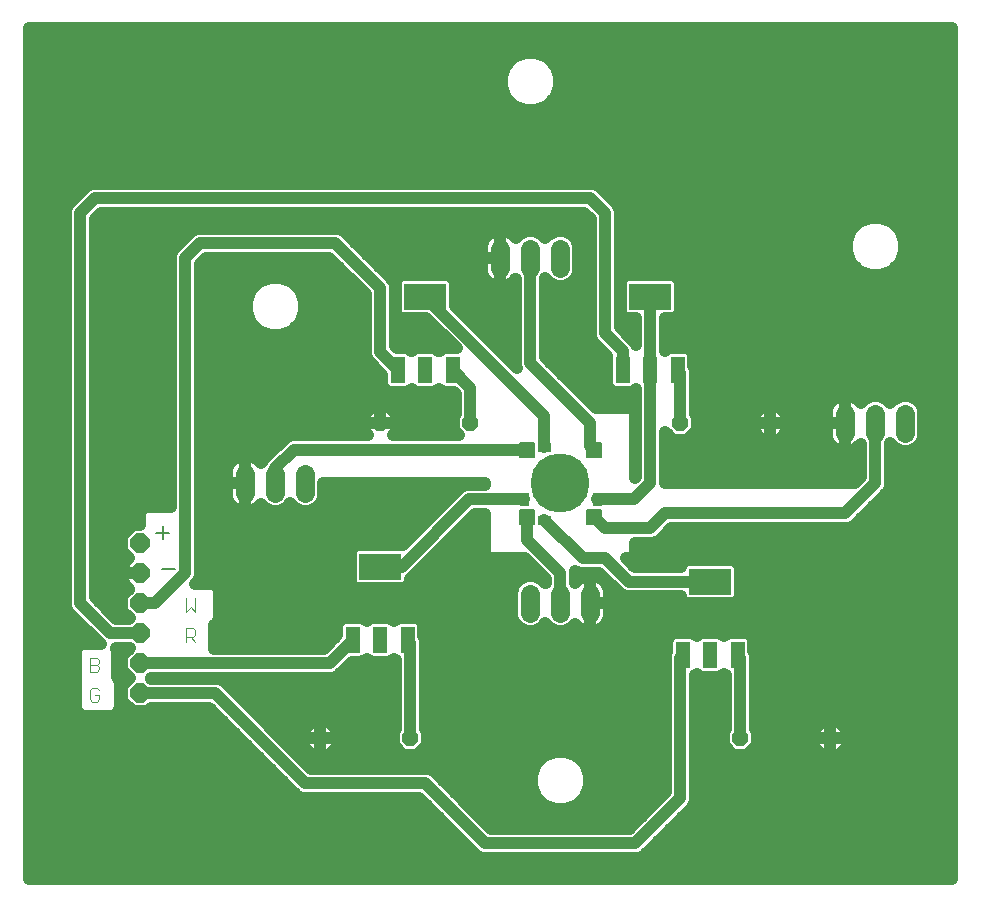
<source format=gtl>
G75*
G70*
%OFA0B0*%
%FSLAX24Y24*%
%IPPOS*%
%LPD*%
%AMOC8*
5,1,8,0,0,1.08239X$1,22.5*
%
%ADD10C,0.0060*%
%ADD11C,0.0040*%
%ADD12C,0.0051*%
%ADD13C,0.0031*%
%ADD14C,0.1969*%
%ADD15OC8,0.0560*%
%ADD16R,0.0480X0.0880*%
%ADD17R,0.1417X0.0866*%
%ADD18OC8,0.0640*%
%ADD19C,0.0640*%
%ADD20C,0.0400*%
%ADD21C,0.0594*%
D10*
X005030Y010950D02*
X005457Y010950D01*
X005044Y011937D02*
X005044Y012364D01*
X005257Y012150D02*
X004830Y012150D01*
D11*
X005820Y009980D02*
X005820Y009520D01*
X005973Y009673D01*
X006127Y009520D01*
X006127Y009980D01*
X006050Y008980D02*
X005820Y008980D01*
X005820Y008520D01*
X005820Y008673D02*
X006050Y008673D01*
X006127Y008750D01*
X006127Y008904D01*
X006050Y008980D01*
X005973Y008673D02*
X006127Y008520D01*
X002927Y007904D02*
X002927Y007827D01*
X002850Y007750D01*
X002620Y007750D01*
X002620Y007520D02*
X002620Y007980D01*
X002850Y007980D01*
X002927Y007904D01*
X002850Y007750D02*
X002927Y007673D01*
X002927Y007597D01*
X002850Y007520D01*
X002620Y007520D01*
X002697Y006980D02*
X002620Y006904D01*
X002620Y006597D01*
X002697Y006520D01*
X002850Y006520D01*
X002927Y006597D01*
X002927Y006750D01*
X002773Y006750D01*
X002927Y006904D02*
X002850Y006980D01*
X002697Y006980D01*
D12*
X016947Y012447D02*
X017409Y012447D01*
X016947Y012447D02*
X016947Y012909D01*
X017409Y012909D01*
X017409Y012447D01*
X017409Y012497D02*
X016947Y012497D01*
X016947Y012547D02*
X017409Y012547D01*
X017409Y012597D02*
X016947Y012597D01*
X016947Y012647D02*
X017409Y012647D01*
X017409Y012697D02*
X016947Y012697D01*
X016947Y012747D02*
X017409Y012747D01*
X017409Y012797D02*
X016947Y012797D01*
X016947Y012847D02*
X017409Y012847D01*
X017409Y012897D02*
X016947Y012897D01*
X016947Y014691D02*
X017409Y014691D01*
X016947Y014691D02*
X016947Y015153D01*
X017409Y015153D01*
X017409Y014691D01*
X017409Y014741D02*
X016947Y014741D01*
X016947Y014791D02*
X017409Y014791D01*
X017409Y014841D02*
X016947Y014841D01*
X016947Y014891D02*
X017409Y014891D01*
X017409Y014941D02*
X016947Y014941D01*
X016947Y014991D02*
X017409Y014991D01*
X017409Y015041D02*
X016947Y015041D01*
X016947Y015091D02*
X017409Y015091D01*
X017409Y015141D02*
X016947Y015141D01*
X019191Y014691D02*
X019653Y014691D01*
X019191Y014691D02*
X019191Y015153D01*
X019653Y015153D01*
X019653Y014691D01*
X019653Y014741D02*
X019191Y014741D01*
X019191Y014791D02*
X019653Y014791D01*
X019653Y014841D02*
X019191Y014841D01*
X019191Y014891D02*
X019653Y014891D01*
X019653Y014941D02*
X019191Y014941D01*
X019191Y014991D02*
X019653Y014991D01*
X019653Y015041D02*
X019191Y015041D01*
X019191Y015091D02*
X019653Y015091D01*
X019653Y015141D02*
X019191Y015141D01*
X019191Y012447D02*
X019653Y012447D01*
X019191Y012447D02*
X019191Y012909D01*
X019653Y012909D01*
X019653Y012447D01*
X019653Y012497D02*
X019191Y012497D01*
X019191Y012547D02*
X019653Y012547D01*
X019653Y012597D02*
X019191Y012597D01*
X019191Y012647D02*
X019653Y012647D01*
X019653Y012697D02*
X019191Y012697D01*
X019191Y012747D02*
X019653Y012747D01*
X019653Y012797D02*
X019191Y012797D01*
X019191Y012847D02*
X019653Y012847D01*
X019653Y012897D02*
X019191Y012897D01*
D13*
X019378Y013068D02*
X019378Y013470D01*
X019662Y013470D01*
X019662Y013068D01*
X019378Y013068D01*
X019378Y013098D02*
X019662Y013098D01*
X019662Y013128D02*
X019378Y013128D01*
X019378Y013158D02*
X019662Y013158D01*
X019662Y013188D02*
X019378Y013188D01*
X019378Y013218D02*
X019662Y013218D01*
X019662Y013248D02*
X019378Y013248D01*
X019378Y013278D02*
X019662Y013278D01*
X019662Y013308D02*
X019378Y013308D01*
X019378Y013338D02*
X019662Y013338D01*
X019662Y013368D02*
X019378Y013368D01*
X019378Y013398D02*
X019662Y013398D01*
X019662Y013428D02*
X019378Y013428D01*
X019378Y013458D02*
X019662Y013458D01*
X017970Y012722D02*
X017568Y012722D01*
X017970Y012722D02*
X017970Y012438D01*
X017568Y012438D01*
X017568Y012722D01*
X017568Y012468D02*
X017970Y012468D01*
X017970Y012498D02*
X017568Y012498D01*
X017568Y012528D02*
X017970Y012528D01*
X017970Y012558D02*
X017568Y012558D01*
X017568Y012588D02*
X017970Y012588D01*
X017970Y012618D02*
X017568Y012618D01*
X017568Y012648D02*
X017970Y012648D01*
X017970Y012678D02*
X017568Y012678D01*
X017568Y012708D02*
X017970Y012708D01*
X017222Y013068D02*
X017222Y013470D01*
X017222Y013068D02*
X016938Y013068D01*
X016938Y013470D01*
X017222Y013470D01*
X017222Y013098D02*
X016938Y013098D01*
X016938Y013128D02*
X017222Y013128D01*
X017222Y013158D02*
X016938Y013158D01*
X016938Y013188D02*
X017222Y013188D01*
X017222Y013218D02*
X016938Y013218D01*
X016938Y013248D02*
X017222Y013248D01*
X017222Y013278D02*
X016938Y013278D01*
X016938Y013308D02*
X017222Y013308D01*
X017222Y013338D02*
X016938Y013338D01*
X016938Y013368D02*
X017222Y013368D01*
X017222Y013398D02*
X016938Y013398D01*
X016938Y013428D02*
X017222Y013428D01*
X017222Y013458D02*
X016938Y013458D01*
X017568Y014878D02*
X017970Y014878D01*
X017568Y014878D02*
X017568Y015162D01*
X017970Y015162D01*
X017970Y014878D01*
X017970Y014908D02*
X017568Y014908D01*
X017568Y014938D02*
X017970Y014938D01*
X017970Y014968D02*
X017568Y014968D01*
X017568Y014998D02*
X017970Y014998D01*
X017970Y015028D02*
X017568Y015028D01*
X017568Y015058D02*
X017970Y015058D01*
X017970Y015088D02*
X017568Y015088D01*
X017568Y015118D02*
X017970Y015118D01*
X017970Y015148D02*
X017568Y015148D01*
D14*
X018300Y013800D03*
D15*
X015300Y015800D03*
X012300Y015800D03*
X022300Y015800D03*
X025300Y015800D03*
X024300Y005300D03*
X027300Y005300D03*
X013300Y005300D03*
X010300Y005300D03*
D16*
X011390Y008580D03*
X012300Y008580D03*
X013210Y008580D03*
X022390Y008080D03*
X023300Y008080D03*
X024210Y008080D03*
X022210Y017580D03*
X021300Y017580D03*
X020390Y017580D03*
X014710Y017580D03*
X013800Y017580D03*
X012890Y017580D03*
D17*
X013800Y020020D03*
X021300Y020020D03*
X012300Y011020D03*
X023300Y010520D03*
D18*
X004300Y010800D03*
X004300Y009800D03*
X004300Y008800D03*
X004300Y007800D03*
X004300Y006800D03*
X004300Y011800D03*
D19*
X007800Y013480D02*
X007800Y014120D01*
X008800Y014120D02*
X008800Y013480D01*
X009800Y013480D02*
X009800Y014120D01*
X017300Y010120D02*
X017300Y009480D01*
X018300Y009480D02*
X018300Y010120D01*
X019300Y010120D02*
X019300Y009480D01*
X027800Y015480D02*
X027800Y016120D01*
X028800Y016120D02*
X028800Y015480D01*
X029800Y015480D02*
X029800Y016120D01*
X018300Y020980D02*
X018300Y021620D01*
X017300Y021620D02*
X017300Y020980D01*
X016300Y020980D02*
X016300Y021620D01*
D20*
X000600Y013800D02*
X000600Y000600D01*
X031370Y000600D01*
X031370Y013800D01*
X029280Y013800D01*
X029280Y013705D01*
X029207Y013528D01*
X029072Y013393D01*
X029072Y013393D01*
X028207Y012528D01*
X028207Y012528D01*
X028072Y012393D01*
X027895Y012320D01*
X021999Y012320D01*
X021707Y012028D01*
X021707Y012028D01*
X021572Y011893D01*
X021395Y011820D01*
X020800Y011820D01*
X020800Y011300D01*
X020479Y011300D01*
X020779Y011000D01*
X022311Y011000D01*
X022311Y011009D01*
X022354Y011112D01*
X022433Y011191D01*
X022536Y011233D01*
X024064Y011233D01*
X024167Y011191D01*
X024246Y011112D01*
X024289Y011009D01*
X024289Y010031D01*
X024246Y009928D01*
X024167Y009850D01*
X024064Y009807D01*
X022536Y009807D01*
X022433Y009850D01*
X022354Y009928D01*
X022311Y010031D01*
X022311Y010040D01*
X020484Y010040D01*
X020308Y010113D01*
X019601Y010820D01*
X018953Y010820D01*
X018780Y010891D01*
X018780Y010489D01*
X018792Y010476D01*
X018827Y010524D01*
X018896Y010593D01*
X018975Y010650D01*
X019062Y010695D01*
X019155Y010725D01*
X019251Y010740D01*
X019300Y010740D01*
X019300Y009800D01*
X019300Y009800D01*
X019920Y009800D01*
X019920Y010169D01*
X019905Y010265D01*
X019875Y010358D01*
X019830Y010445D01*
X019773Y010524D01*
X019704Y010593D01*
X019625Y010650D01*
X019538Y010695D01*
X019445Y010725D01*
X019349Y010740D01*
X019300Y010740D01*
X019300Y009800D01*
X019300Y009800D01*
X019920Y009800D01*
X019920Y009431D01*
X019905Y009335D01*
X019875Y009242D01*
X019830Y009155D01*
X019773Y009076D01*
X019704Y009007D01*
X019625Y008950D01*
X019538Y008905D01*
X019445Y008875D01*
X019349Y008860D01*
X019300Y008860D01*
X019300Y009800D01*
X019300Y009800D01*
X019300Y008860D01*
X019251Y008860D01*
X019155Y008875D01*
X019062Y008905D01*
X018975Y008950D01*
X018896Y009007D01*
X018827Y009076D01*
X018792Y009124D01*
X018640Y008971D01*
X018419Y008880D01*
X018181Y008880D01*
X017960Y008971D01*
X017800Y009131D01*
X017640Y008971D01*
X017419Y008880D01*
X017181Y008880D01*
X016960Y008971D01*
X016791Y009140D01*
X016700Y009361D01*
X016700Y010239D01*
X016791Y010460D01*
X016960Y010629D01*
X017181Y010720D01*
X017419Y010720D01*
X017640Y010629D01*
X017800Y010469D01*
X017820Y010489D01*
X017820Y010601D01*
X017121Y011300D01*
X015800Y011300D01*
X015800Y012789D01*
X015467Y012789D01*
X013292Y010613D01*
X013289Y010612D01*
X013289Y010531D01*
X013246Y010428D01*
X013167Y010350D01*
X013064Y010307D01*
X011536Y010307D01*
X011433Y010350D01*
X011354Y010428D01*
X011311Y010531D01*
X011311Y011509D01*
X011354Y011612D01*
X011433Y011691D01*
X011536Y011733D01*
X013054Y011733D01*
X014862Y013540D01*
X014997Y013675D01*
X015173Y013749D01*
X015800Y013749D01*
X015800Y013800D01*
X010400Y013800D01*
X010400Y013361D01*
X010309Y013140D01*
X010140Y012971D01*
X009919Y012880D01*
X009681Y012880D01*
X009460Y012971D01*
X009300Y013131D01*
X009140Y012971D01*
X008919Y012880D01*
X008681Y012880D01*
X008460Y012971D01*
X008308Y013124D01*
X008273Y013076D01*
X008204Y013007D01*
X008125Y012950D01*
X008038Y012905D01*
X007945Y012875D01*
X007849Y012860D01*
X007800Y012860D01*
X007800Y013800D01*
X007800Y011800D01*
X007800Y012860D02*
X007800Y013800D01*
X007800Y013800D01*
X007800Y014740D01*
X007849Y014740D01*
X007945Y014725D01*
X008038Y014695D01*
X008125Y014650D01*
X008204Y014593D01*
X008273Y014524D01*
X008308Y014476D01*
X008386Y014554D01*
X008393Y014572D01*
X008528Y014707D01*
X009150Y015329D01*
X009327Y015402D01*
X011878Y015402D01*
X011720Y015560D01*
X011720Y015800D01*
X012300Y015800D01*
X012300Y015800D01*
X012300Y016380D01*
X012540Y016380D01*
X012880Y016040D01*
X012880Y015800D01*
X012300Y015800D01*
X012300Y015800D01*
X012300Y015800D01*
X012300Y016380D01*
X012060Y016380D01*
X011720Y016040D01*
X011720Y015800D01*
X012300Y015800D01*
X012880Y015800D01*
X012880Y015560D01*
X012722Y015402D01*
X014906Y015402D01*
X014740Y015568D01*
X014740Y016032D01*
X014820Y016112D01*
X014820Y016791D01*
X014751Y016860D01*
X014414Y016860D01*
X014311Y016903D01*
X014255Y016959D01*
X014199Y016903D01*
X014096Y016860D01*
X013504Y016860D01*
X013401Y016903D01*
X013345Y016959D01*
X013289Y016903D01*
X013186Y016860D01*
X012595Y016860D01*
X012492Y016903D01*
X012413Y016981D01*
X012370Y017084D01*
X012370Y017421D01*
X011893Y017898D01*
X011820Y018075D01*
X011820Y020101D01*
X010601Y021320D01*
X006499Y021320D01*
X006280Y021101D01*
X006280Y013800D01*
X007800Y013800D01*
X007800Y013800D01*
X007800Y013800D01*
X006280Y013800D01*
X006280Y010705D01*
X006207Y010528D01*
X006125Y010447D01*
X006659Y010447D01*
X006686Y010444D01*
X006713Y010439D01*
X006739Y010431D01*
X006765Y010420D01*
X006789Y010407D01*
X006812Y010392D01*
X006833Y010374D01*
X006853Y010355D01*
X006870Y010334D01*
X006885Y010311D01*
X006898Y010287D01*
X006909Y010261D01*
X006917Y010235D01*
X006922Y010208D01*
X006925Y010180D01*
X006925Y009320D01*
X006922Y009292D01*
X006917Y009265D01*
X006909Y009239D01*
X006898Y009213D01*
X006885Y009189D01*
X006870Y009166D01*
X006853Y009145D01*
X006833Y009126D01*
X006812Y009108D01*
X006789Y009093D01*
X006765Y009080D01*
X006763Y009079D01*
X006763Y008320D01*
X006761Y008292D01*
X006758Y008280D01*
X010411Y008280D01*
X010870Y008739D01*
X010870Y009076D01*
X010913Y009178D01*
X010992Y009257D01*
X011095Y009300D01*
X011686Y009300D01*
X011789Y009257D01*
X011845Y009201D01*
X011901Y009257D01*
X012004Y009300D01*
X012596Y009300D01*
X012699Y009257D01*
X012755Y009201D01*
X012811Y009257D01*
X012914Y009300D01*
X013505Y009300D01*
X013608Y009257D01*
X013687Y009178D01*
X013730Y009076D01*
X013730Y008706D01*
X013780Y008585D01*
X013780Y005612D01*
X013860Y005532D01*
X013860Y005068D01*
X013532Y004740D01*
X013068Y004740D01*
X012740Y005068D01*
X012740Y005532D01*
X012820Y005612D01*
X012820Y007899D01*
X012811Y007903D01*
X012755Y007959D01*
X012699Y007903D01*
X012596Y007860D01*
X012004Y007860D01*
X011901Y007903D01*
X011845Y007959D01*
X011789Y007903D01*
X011686Y007860D01*
X011349Y007860D01*
X010882Y007393D01*
X010706Y007320D01*
X004669Y007320D01*
X004649Y007300D01*
X004669Y007280D01*
X006895Y007280D01*
X007072Y007207D01*
X009999Y004280D01*
X013895Y004280D01*
X014072Y004207D01*
X015999Y002280D01*
X020601Y002280D01*
X021820Y003499D01*
X021820Y008085D01*
X021870Y008206D01*
X021870Y008576D01*
X021913Y008678D01*
X021992Y008757D01*
X022095Y008800D01*
X022686Y008800D01*
X022789Y008757D01*
X022845Y008701D01*
X022901Y008757D01*
X023004Y008800D01*
X023596Y008800D01*
X023699Y008757D01*
X023755Y008701D01*
X023811Y008757D01*
X023914Y008800D01*
X024505Y008800D01*
X024608Y008757D01*
X024687Y008678D01*
X024730Y008576D01*
X024730Y008206D01*
X024780Y008085D01*
X024780Y005612D01*
X024860Y005532D01*
X024860Y005068D01*
X024532Y004740D01*
X024068Y004740D01*
X023740Y005068D01*
X023740Y005532D01*
X023820Y005612D01*
X023820Y007399D01*
X023811Y007403D01*
X023755Y007459D01*
X023699Y007403D01*
X023596Y007360D01*
X023004Y007360D01*
X022901Y007403D01*
X022845Y007459D01*
X022789Y007403D01*
X022780Y007399D01*
X022780Y003205D01*
X022707Y003028D01*
X022572Y002893D01*
X021072Y001393D01*
X020895Y001320D01*
X015705Y001320D01*
X015528Y001393D01*
X015393Y001528D01*
X013601Y003320D01*
X009705Y003320D01*
X009528Y003393D01*
X009393Y003528D01*
X006601Y006320D01*
X004669Y006320D01*
X004549Y006200D01*
X004051Y006200D01*
X003700Y006551D01*
X003700Y007049D01*
X003951Y007300D01*
X003700Y007551D01*
X003700Y008049D01*
X003951Y008300D01*
X003931Y008320D01*
X003479Y008320D01*
X003485Y008311D01*
X003498Y008287D01*
X003509Y008261D01*
X003517Y008235D01*
X003522Y008208D01*
X003525Y008180D01*
X003525Y007363D01*
X003533Y007355D01*
X003551Y007334D01*
X003566Y007311D01*
X003579Y007287D01*
X003589Y007261D01*
X003597Y007235D01*
X003603Y007208D01*
X003605Y007180D01*
X003605Y006320D01*
X003603Y006292D01*
X003597Y006265D01*
X003589Y006239D01*
X003579Y006213D01*
X003566Y006189D01*
X003551Y006166D01*
X003533Y006145D01*
X003514Y006126D01*
X003492Y006108D01*
X003470Y006093D01*
X003445Y006080D01*
X003420Y006069D01*
X003394Y006061D01*
X003367Y006056D01*
X003339Y006053D01*
X002420Y006053D01*
X002392Y006056D01*
X002365Y006061D01*
X002339Y006069D01*
X002313Y006080D01*
X002289Y006093D01*
X002266Y006108D01*
X002245Y006126D01*
X002226Y006145D01*
X002208Y006166D01*
X002193Y006189D01*
X002180Y006213D01*
X002169Y006239D01*
X002161Y006265D01*
X002156Y006292D01*
X002153Y006320D01*
X002153Y007180D01*
X002156Y007208D01*
X002161Y007235D01*
X002166Y007250D01*
X002161Y007265D01*
X002156Y007292D01*
X002153Y007320D01*
X002153Y008180D01*
X002156Y008208D01*
X002161Y008235D01*
X002169Y008261D01*
X002180Y008287D01*
X002193Y008311D01*
X002208Y008334D01*
X002226Y008355D01*
X002245Y008374D01*
X002266Y008392D01*
X002289Y008407D01*
X002313Y008420D01*
X002339Y008431D01*
X002365Y008439D01*
X002392Y008444D01*
X002420Y008447D01*
X002975Y008447D01*
X002028Y009393D01*
X001893Y009528D01*
X001820Y009705D01*
X001820Y013800D01*
X000600Y013800D01*
X000600Y028996D01*
X031370Y028996D01*
X031370Y013800D01*
X029280Y013800D01*
X029280Y015111D01*
X029300Y015131D01*
X029460Y014971D01*
X029681Y014880D01*
X029919Y014880D01*
X030140Y014971D01*
X030309Y015140D01*
X030400Y015361D01*
X030400Y016239D01*
X030309Y016460D01*
X030140Y016629D01*
X029919Y016720D01*
X029681Y016720D01*
X029460Y016629D01*
X029300Y016469D01*
X029140Y016629D01*
X028919Y016720D01*
X028681Y016720D01*
X028460Y016629D01*
X028308Y016476D01*
X028273Y016524D01*
X028204Y016593D01*
X028125Y016650D01*
X028038Y016695D01*
X027945Y016725D01*
X027849Y016740D01*
X027800Y016740D01*
X027800Y015800D01*
X027800Y015800D01*
X027800Y014860D01*
X027849Y014860D01*
X027945Y014875D01*
X028038Y014905D01*
X028125Y014950D01*
X028204Y015007D01*
X028273Y015076D01*
X028308Y015124D01*
X028320Y015111D01*
X028320Y013999D01*
X028121Y013800D01*
X021780Y013800D01*
X021780Y015528D01*
X022068Y015240D01*
X022532Y015240D01*
X022860Y015568D01*
X022860Y016032D01*
X022780Y016112D01*
X022780Y017585D01*
X022730Y017706D01*
X022730Y018076D01*
X022687Y018178D01*
X022608Y018257D01*
X022505Y018300D01*
X021914Y018300D01*
X021811Y018257D01*
X021780Y018226D01*
X021780Y019307D01*
X022064Y019307D01*
X022167Y019350D01*
X022246Y019428D01*
X022289Y019531D01*
X022289Y020509D01*
X022246Y020612D01*
X022167Y020691D01*
X022064Y020733D01*
X020536Y020733D01*
X020433Y020691D01*
X020354Y020612D01*
X020311Y020509D01*
X020311Y019531D01*
X020354Y019428D01*
X020433Y019350D01*
X020536Y019307D01*
X020820Y019307D01*
X020820Y018426D01*
X020797Y018482D01*
X020662Y018617D01*
X020280Y018999D01*
X020280Y022895D01*
X020207Y023072D01*
X020072Y023207D01*
X019572Y023707D01*
X019395Y023780D01*
X002705Y023780D01*
X002528Y023707D01*
X002393Y023572D01*
X001893Y023072D01*
X001820Y022895D01*
X001820Y013800D01*
X000600Y013800D01*
X000600Y013842D02*
X001820Y013842D01*
X001820Y013443D02*
X000600Y013443D01*
X000600Y013045D02*
X001820Y013045D01*
X001820Y012646D02*
X000600Y012646D01*
X000600Y012248D02*
X001820Y012248D01*
X001820Y011849D02*
X000600Y011849D01*
X000600Y011451D02*
X001820Y011451D01*
X001820Y011052D02*
X000600Y011052D01*
X000600Y010654D02*
X001820Y010654D01*
X001820Y010255D02*
X000600Y010255D01*
X000600Y009857D02*
X001820Y009857D01*
X001963Y009458D02*
X000600Y009458D01*
X000600Y009060D02*
X002362Y009060D01*
X002760Y008661D02*
X000600Y008661D01*
X000600Y008263D02*
X002170Y008263D01*
X002153Y007864D02*
X000600Y007864D01*
X000600Y007466D02*
X002153Y007466D01*
X002153Y007067D02*
X000600Y007067D01*
X000600Y006669D02*
X002153Y006669D01*
X002160Y006270D02*
X000600Y006270D01*
X000600Y005872D02*
X007050Y005872D01*
X007448Y005473D02*
X000600Y005473D01*
X000600Y005075D02*
X007847Y005075D01*
X008245Y004676D02*
X000600Y004676D01*
X000600Y004278D02*
X008644Y004278D01*
X009042Y003879D02*
X000600Y003879D01*
X000600Y003481D02*
X009441Y003481D01*
X009800Y003800D02*
X013800Y003800D01*
X015800Y001800D01*
X020800Y001800D01*
X022300Y003300D01*
X022300Y007990D01*
X022390Y008080D01*
X021870Y008263D02*
X013780Y008263D01*
X013780Y007864D02*
X021820Y007864D01*
X021820Y007466D02*
X013780Y007466D01*
X013780Y007067D02*
X021820Y007067D01*
X021820Y006669D02*
X013780Y006669D01*
X013780Y006270D02*
X021820Y006270D01*
X021820Y005872D02*
X013780Y005872D01*
X013860Y005473D02*
X021820Y005473D01*
X021820Y005075D02*
X013860Y005075D01*
X013300Y005300D02*
X013300Y008490D01*
X013210Y008580D01*
X013749Y008661D02*
X021906Y008661D01*
X022426Y009857D02*
X019920Y009857D01*
X019906Y010255D02*
X020166Y010255D01*
X020580Y010520D02*
X019800Y011300D01*
X019048Y011300D01*
X017769Y012580D01*
X017178Y012678D02*
X017178Y011922D01*
X018300Y010800D01*
X018300Y009800D01*
X018780Y010654D02*
X018981Y010654D01*
X019300Y010654D02*
X019300Y010654D01*
X019619Y010654D02*
X019768Y010654D01*
X019300Y010255D02*
X019300Y010255D01*
X019300Y009857D02*
X019300Y009857D01*
X019300Y009458D02*
X019300Y009458D01*
X019300Y009060D02*
X019300Y009060D01*
X018844Y009060D02*
X018728Y009060D01*
X017872Y009060D02*
X017728Y009060D01*
X016872Y009060D02*
X013730Y009060D01*
X012820Y007864D02*
X012605Y007864D01*
X012820Y007466D02*
X010955Y007466D01*
X010610Y007800D02*
X011390Y008580D01*
X010792Y008661D02*
X006763Y008661D01*
X006763Y009060D02*
X010870Y009060D01*
X010610Y007800D02*
X004300Y007800D01*
X003914Y008263D02*
X003508Y008263D01*
X003525Y007864D02*
X003700Y007864D01*
X003786Y007466D02*
X003525Y007466D01*
X003605Y007067D02*
X003718Y007067D01*
X003700Y006669D02*
X003605Y006669D01*
X003598Y006270D02*
X003981Y006270D01*
X004300Y006800D02*
X006800Y006800D01*
X009800Y003800D01*
X009603Y004676D02*
X017733Y004676D01*
X017762Y004705D02*
X017495Y004438D01*
X017350Y004089D01*
X017350Y003711D01*
X017495Y003362D01*
X017762Y003095D01*
X018111Y002950D01*
X018489Y002950D01*
X018838Y003095D01*
X019105Y003362D01*
X019250Y003711D01*
X019250Y004089D01*
X019105Y004438D01*
X018838Y004705D01*
X018489Y004850D01*
X018111Y004850D01*
X017762Y004705D01*
X017428Y004278D02*
X013902Y004278D01*
X014400Y003879D02*
X017350Y003879D01*
X017445Y003481D02*
X014798Y003481D01*
X015197Y003082D02*
X017792Y003082D01*
X018808Y003082D02*
X021403Y003082D01*
X021802Y003481D02*
X019155Y003481D01*
X019250Y003879D02*
X021820Y003879D01*
X021820Y004278D02*
X019172Y004278D01*
X018867Y004676D02*
X021820Y004676D01*
X022780Y004676D02*
X031370Y004676D01*
X031370Y004278D02*
X022780Y004278D01*
X022780Y003879D02*
X031370Y003879D01*
X031370Y003481D02*
X022780Y003481D01*
X022729Y003082D02*
X031370Y003082D01*
X031370Y002684D02*
X022362Y002684D01*
X021964Y002285D02*
X031370Y002285D01*
X031370Y001887D02*
X021565Y001887D01*
X021167Y001488D02*
X031370Y001488D01*
X031370Y001090D02*
X000600Y001090D01*
X000600Y000691D02*
X031370Y000691D01*
X027540Y004720D02*
X027880Y005060D01*
X027880Y005300D01*
X027880Y005540D01*
X027540Y005880D01*
X027300Y005880D01*
X027300Y005300D01*
X027880Y005300D01*
X027300Y005300D01*
X027300Y005300D01*
X027300Y005300D01*
X027300Y004720D01*
X027540Y004720D01*
X027300Y004720D02*
X027300Y005300D01*
X027300Y005300D01*
X027300Y005300D01*
X026720Y005300D01*
X026720Y005540D01*
X027060Y005880D01*
X027300Y005880D01*
X027300Y005300D01*
X026720Y005300D01*
X026720Y005060D01*
X027060Y004720D01*
X027300Y004720D01*
X027300Y005075D02*
X027300Y005075D01*
X027300Y005473D02*
X027300Y005473D01*
X027300Y005872D02*
X027300Y005872D01*
X027549Y005872D02*
X031370Y005872D01*
X031370Y005473D02*
X027880Y005473D01*
X027880Y005075D02*
X031370Y005075D01*
X031370Y006270D02*
X024780Y006270D01*
X024780Y006669D02*
X031370Y006669D01*
X031370Y007067D02*
X024780Y007067D01*
X024780Y007466D02*
X031370Y007466D01*
X031370Y007864D02*
X024780Y007864D01*
X024730Y008263D02*
X031370Y008263D01*
X031370Y008661D02*
X024694Y008661D01*
X024210Y008080D02*
X024300Y007990D01*
X024300Y005300D01*
X024860Y005473D02*
X026720Y005473D01*
X026720Y005075D02*
X024860Y005075D01*
X024780Y005872D02*
X027051Y005872D01*
X023820Y005872D02*
X022780Y005872D01*
X022780Y005473D02*
X023740Y005473D01*
X023740Y005075D02*
X022780Y005075D01*
X022780Y006270D02*
X023820Y006270D01*
X023820Y006669D02*
X022780Y006669D01*
X022780Y007067D02*
X023820Y007067D01*
X024174Y009857D02*
X031370Y009857D01*
X031370Y010255D02*
X024289Y010255D01*
X024289Y010654D02*
X031370Y010654D01*
X031370Y011052D02*
X024271Y011052D01*
X023300Y010520D02*
X020580Y010520D01*
X020727Y011052D02*
X022329Y011052D01*
X021466Y011849D02*
X031370Y011849D01*
X031370Y012248D02*
X021926Y012248D01*
X021800Y012800D02*
X021300Y012300D01*
X019800Y012300D01*
X019422Y012678D01*
X019520Y013269D02*
X020769Y013269D01*
X021300Y013800D01*
X021300Y020020D01*
X020362Y019421D02*
X020280Y019421D01*
X020280Y019819D02*
X020311Y019819D01*
X020311Y020218D02*
X020280Y020218D01*
X020280Y020616D02*
X020358Y020616D01*
X020280Y021015D02*
X028142Y021015D01*
X028262Y020895D02*
X027995Y021162D01*
X027850Y021511D01*
X027850Y021889D01*
X027995Y022238D01*
X028262Y022505D01*
X028611Y022650D01*
X028989Y022650D01*
X029338Y022505D01*
X029605Y022238D01*
X029750Y021889D01*
X029750Y021511D01*
X029605Y021162D01*
X029338Y020895D01*
X028989Y020750D01*
X028611Y020750D01*
X028262Y020895D01*
X027891Y021413D02*
X020280Y021413D01*
X020280Y021812D02*
X027850Y021812D01*
X027983Y022210D02*
X020280Y022210D01*
X020280Y022609D02*
X028511Y022609D01*
X029089Y022609D02*
X031370Y022609D01*
X031370Y023007D02*
X020234Y023007D01*
X019800Y022800D02*
X019800Y018800D01*
X020390Y018210D01*
X020390Y017580D01*
X019870Y017428D02*
X018351Y017428D01*
X018749Y017030D02*
X019893Y017030D01*
X019913Y016981D02*
X019992Y016903D01*
X020095Y016860D01*
X020686Y016860D01*
X020789Y016903D01*
X020820Y016934D01*
X020820Y013999D01*
X020800Y013979D01*
X020800Y016300D01*
X019479Y016300D01*
X017780Y017999D01*
X017780Y020611D01*
X017800Y020631D01*
X017960Y020471D01*
X018181Y020380D01*
X018419Y020380D01*
X018640Y020471D01*
X018809Y020640D01*
X018900Y020861D01*
X018900Y021739D01*
X018809Y021960D01*
X018640Y022129D01*
X018419Y022220D01*
X018181Y022220D01*
X017960Y022129D01*
X017800Y021969D01*
X017640Y022129D01*
X017419Y022220D01*
X017181Y022220D01*
X016960Y022129D01*
X016808Y021976D01*
X016773Y022024D01*
X016704Y022093D01*
X016625Y022150D01*
X016538Y022195D01*
X016445Y022225D01*
X016349Y022240D01*
X016300Y022240D01*
X016300Y021300D01*
X016300Y021300D01*
X016300Y020360D01*
X016349Y020360D01*
X016445Y020375D01*
X016538Y020405D01*
X016625Y020450D01*
X016704Y020507D01*
X016773Y020576D01*
X016808Y020624D01*
X016820Y020611D01*
X016820Y017705D01*
X016838Y017661D01*
X014789Y019710D01*
X014789Y020509D01*
X014746Y020612D01*
X014667Y020691D01*
X014564Y020733D01*
X013036Y020733D01*
X012933Y020691D01*
X012854Y020612D01*
X012811Y020509D01*
X012811Y019531D01*
X012854Y019428D01*
X012933Y019350D01*
X013036Y019307D01*
X013834Y019307D01*
X014841Y018300D01*
X014414Y018300D01*
X014311Y018257D01*
X014255Y018201D01*
X014199Y018257D01*
X014096Y018300D01*
X013504Y018300D01*
X013401Y018257D01*
X013345Y018201D01*
X013289Y018257D01*
X013186Y018300D01*
X012849Y018300D01*
X012780Y018369D01*
X012780Y020395D01*
X012707Y020572D01*
X012572Y020707D01*
X011072Y022207D01*
X010895Y022280D01*
X006205Y022280D01*
X006028Y022207D01*
X005893Y022072D01*
X005393Y021572D01*
X005320Y021395D01*
X005320Y013800D01*
X002780Y013800D01*
X002780Y009999D01*
X003499Y009280D01*
X003931Y009280D01*
X003951Y009300D01*
X003700Y009551D01*
X003700Y010049D01*
X003937Y010286D01*
X003680Y010543D01*
X003680Y010800D01*
X004300Y010800D01*
X003300Y010800D01*
X003300Y012300D01*
X004300Y013300D01*
X004447Y012987D02*
X004423Y012974D01*
X004400Y012959D01*
X004378Y012941D01*
X004359Y012922D01*
X004341Y012900D01*
X004326Y012877D01*
X004313Y012853D01*
X004303Y012828D01*
X004295Y012801D01*
X004289Y012774D01*
X004287Y012747D01*
X004287Y012400D01*
X004051Y012400D01*
X003700Y012049D01*
X003700Y011551D01*
X003937Y011314D01*
X003680Y011057D01*
X003680Y010800D01*
X004300Y010800D01*
X004300Y010800D01*
X003680Y010654D02*
X002780Y010654D01*
X002780Y010255D02*
X003906Y010255D01*
X003700Y009857D02*
X002922Y009857D01*
X002300Y009800D02*
X002300Y022800D01*
X002800Y023300D01*
X019300Y023300D01*
X019800Y022800D01*
X019320Y022601D02*
X019320Y018705D01*
X019393Y018528D01*
X019870Y018051D01*
X019870Y017084D01*
X019913Y016981D01*
X019148Y016631D02*
X020820Y016631D01*
X020800Y016233D02*
X020820Y016233D01*
X020800Y015834D02*
X020820Y015834D01*
X020800Y015436D02*
X020820Y015436D01*
X020800Y015037D02*
X020820Y015037D01*
X020800Y014639D02*
X020820Y014639D01*
X020800Y014240D02*
X020820Y014240D01*
X021780Y014240D02*
X028320Y014240D01*
X028320Y014639D02*
X021780Y014639D01*
X021780Y015037D02*
X027366Y015037D01*
X027396Y015007D02*
X027475Y014950D01*
X027562Y014905D01*
X027655Y014875D01*
X027751Y014860D01*
X027800Y014860D01*
X027800Y015800D01*
X027800Y015800D01*
X027800Y015800D01*
X027180Y015800D01*
X027180Y016169D01*
X027195Y016265D01*
X027225Y016358D01*
X027270Y016445D01*
X027327Y016524D01*
X027396Y016593D01*
X027475Y016650D01*
X027562Y016695D01*
X027655Y016725D01*
X027751Y016740D01*
X027800Y016740D01*
X027800Y015800D01*
X027180Y015800D01*
X027180Y015431D01*
X027195Y015335D01*
X027225Y015242D01*
X027270Y015155D01*
X027327Y015076D01*
X027396Y015007D01*
X027800Y015037D02*
X027800Y015037D01*
X028234Y015037D02*
X028320Y015037D01*
X027800Y015436D02*
X027800Y015436D01*
X027800Y015834D02*
X027800Y015834D01*
X027800Y016233D02*
X027800Y016233D01*
X027800Y016631D02*
X027800Y016631D01*
X027449Y016631D02*
X022780Y016631D01*
X022780Y017030D02*
X031370Y017030D01*
X031370Y017428D02*
X022780Y017428D01*
X022730Y017827D02*
X031370Y017827D01*
X031370Y018225D02*
X022641Y018225D01*
X022210Y017580D02*
X022300Y017490D01*
X022300Y015800D01*
X021873Y015436D02*
X021780Y015436D01*
X022727Y015436D02*
X024844Y015436D01*
X024720Y015560D02*
X025060Y015220D01*
X025300Y015220D01*
X025540Y015220D01*
X025880Y015560D01*
X025880Y015800D01*
X025880Y016040D01*
X025540Y016380D01*
X025300Y016380D01*
X025300Y015800D01*
X025880Y015800D01*
X025300Y015800D01*
X025300Y015800D01*
X025300Y015800D01*
X025300Y015220D01*
X025300Y015800D01*
X025300Y015800D01*
X025300Y015800D01*
X024720Y015800D01*
X024720Y016040D01*
X025060Y016380D01*
X025300Y016380D01*
X025300Y015800D01*
X024720Y015800D01*
X024720Y015560D01*
X024720Y015834D02*
X022860Y015834D01*
X022780Y016233D02*
X024912Y016233D01*
X025300Y016233D02*
X025300Y016233D01*
X025688Y016233D02*
X027190Y016233D01*
X027180Y015834D02*
X025880Y015834D01*
X025756Y015436D02*
X027180Y015436D01*
X028151Y016631D02*
X028466Y016631D01*
X029134Y016631D02*
X029466Y016631D01*
X030134Y016631D02*
X031370Y016631D01*
X031370Y016233D02*
X030400Y016233D01*
X030400Y015834D02*
X031370Y015834D01*
X031370Y015436D02*
X030400Y015436D01*
X030206Y015037D02*
X031370Y015037D01*
X031370Y014639D02*
X029280Y014639D01*
X029280Y015037D02*
X029394Y015037D01*
X029280Y014240D02*
X031370Y014240D01*
X031370Y013842D02*
X029280Y013842D01*
X029122Y013443D02*
X031370Y013443D01*
X031370Y013045D02*
X028723Y013045D01*
X028325Y012646D02*
X031370Y012646D01*
X031370Y011451D02*
X020800Y011451D01*
X021800Y012800D02*
X027800Y012800D01*
X028800Y013800D01*
X028800Y015800D01*
X028163Y013842D02*
X021780Y013842D01*
X019422Y014922D02*
X019300Y015044D01*
X019300Y015800D01*
X017300Y017800D01*
X017300Y021300D01*
X017785Y020616D02*
X017815Y020616D01*
X017780Y020218D02*
X019320Y020218D01*
X019320Y020616D02*
X018785Y020616D01*
X018900Y021015D02*
X019320Y021015D01*
X019320Y021413D02*
X018900Y021413D01*
X018870Y021812D02*
X019320Y021812D01*
X019320Y022210D02*
X018443Y022210D01*
X018157Y022210D02*
X017443Y022210D01*
X017157Y022210D02*
X016490Y022210D01*
X016300Y022210D02*
X016300Y022210D01*
X016300Y022240D02*
X016251Y022240D01*
X016155Y022225D01*
X016062Y022195D01*
X015975Y022150D01*
X015896Y022093D01*
X015827Y022024D01*
X015770Y021945D01*
X015725Y021858D01*
X015695Y021765D01*
X015680Y021669D01*
X015680Y021300D01*
X016300Y021300D01*
X016300Y021300D01*
X016300Y021300D01*
X016300Y022240D01*
X016110Y022210D02*
X011064Y022210D01*
X010800Y021800D02*
X012300Y020300D01*
X012300Y018170D01*
X012890Y017580D01*
X012363Y017428D02*
X006280Y017428D01*
X006280Y017030D02*
X012393Y017030D01*
X012300Y016233D02*
X012300Y016233D01*
X012688Y016233D02*
X014820Y016233D01*
X014740Y015834D02*
X012880Y015834D01*
X012756Y015436D02*
X014873Y015436D01*
X015300Y015800D02*
X015300Y016990D01*
X014710Y017580D01*
X014279Y018225D02*
X014231Y018225D01*
X014518Y018624D02*
X012780Y018624D01*
X012780Y019022D02*
X014119Y019022D01*
X015078Y019421D02*
X016820Y019421D01*
X016820Y019819D02*
X014789Y019819D01*
X014789Y020218D02*
X016820Y020218D01*
X016802Y020616D02*
X016815Y020616D01*
X016300Y020616D02*
X016300Y020616D01*
X016300Y020360D02*
X016300Y021300D01*
X015680Y021300D01*
X015680Y020931D01*
X015695Y020835D01*
X015725Y020742D01*
X015770Y020655D01*
X015827Y020576D01*
X015896Y020507D01*
X015975Y020450D01*
X016062Y020405D01*
X016155Y020375D01*
X016251Y020360D01*
X016300Y020360D01*
X015798Y020616D02*
X014742Y020616D01*
X013800Y020020D02*
X017769Y016052D01*
X017769Y015020D01*
X017178Y014922D02*
X009422Y014922D01*
X008800Y014300D01*
X008800Y013800D01*
X009213Y013045D02*
X009387Y013045D01*
X010213Y013045D02*
X014366Y013045D01*
X014764Y013443D02*
X010400Y013443D01*
X008858Y015037D02*
X006280Y015037D01*
X006280Y014639D02*
X007459Y014639D01*
X007475Y014650D02*
X007396Y014593D01*
X007327Y014524D01*
X007270Y014445D01*
X007225Y014358D01*
X007195Y014265D01*
X007180Y014169D01*
X007180Y013800D01*
X007800Y013800D01*
X007800Y013800D01*
X007800Y014740D01*
X007751Y014740D01*
X007655Y014725D01*
X007562Y014695D01*
X007475Y014650D01*
X007800Y014639D02*
X007800Y014639D01*
X008141Y014639D02*
X008460Y014639D01*
X007800Y014240D02*
X007800Y014240D01*
X007800Y013842D02*
X007800Y013842D01*
X007800Y013800D02*
X007180Y013800D01*
X007180Y013431D01*
X007195Y013335D01*
X007225Y013242D01*
X007270Y013155D01*
X007327Y013076D01*
X007396Y013007D01*
X007475Y012950D01*
X007562Y012905D01*
X007655Y012875D01*
X007751Y012860D01*
X007800Y012860D01*
X007800Y013045D02*
X007800Y013045D01*
X007800Y013443D02*
X007800Y013443D01*
X007359Y013045D02*
X006280Y013045D01*
X006280Y013443D02*
X007180Y013443D01*
X007180Y013842D02*
X006280Y013842D01*
X006280Y014240D02*
X007191Y014240D01*
X006280Y015436D02*
X011844Y015436D01*
X011720Y015834D02*
X006280Y015834D01*
X006280Y016233D02*
X011912Y016233D01*
X012300Y015834D02*
X012300Y015834D01*
X011965Y017827D02*
X006280Y017827D01*
X006280Y018225D02*
X011820Y018225D01*
X011820Y018624D02*
X006280Y018624D01*
X006280Y019022D02*
X008134Y019022D01*
X008262Y018895D02*
X007995Y019162D01*
X007850Y019511D01*
X007850Y019889D01*
X007995Y020238D01*
X008262Y020505D01*
X008611Y020650D01*
X008989Y020650D01*
X009338Y020505D01*
X009605Y020238D01*
X009750Y019889D01*
X009750Y019511D01*
X009605Y019162D01*
X009338Y018895D01*
X008989Y018750D01*
X008611Y018750D01*
X008262Y018895D01*
X007887Y019421D02*
X006280Y019421D01*
X006280Y019819D02*
X007850Y019819D01*
X007986Y020218D02*
X006280Y020218D01*
X006280Y020616D02*
X008529Y020616D01*
X009071Y020616D02*
X011305Y020616D01*
X010907Y021015D02*
X006280Y021015D01*
X005800Y021300D02*
X006300Y021800D01*
X010800Y021800D01*
X011467Y021812D02*
X015710Y021812D01*
X015680Y021413D02*
X011866Y021413D01*
X012264Y021015D02*
X015680Y021015D01*
X016300Y021015D02*
X016300Y021015D01*
X016300Y021413D02*
X016300Y021413D01*
X016300Y021812D02*
X016300Y021812D01*
X017780Y019819D02*
X019320Y019819D01*
X019320Y019421D02*
X017780Y019421D01*
X017780Y019022D02*
X019320Y019022D01*
X019354Y018624D02*
X017780Y018624D01*
X017780Y018225D02*
X019696Y018225D01*
X019870Y017827D02*
X017952Y017827D01*
X016820Y017827D02*
X016672Y017827D01*
X016820Y018225D02*
X016274Y018225D01*
X015875Y018624D02*
X016820Y018624D01*
X016820Y019022D02*
X015477Y019022D01*
X013369Y018225D02*
X013321Y018225D01*
X012862Y019421D02*
X012780Y019421D01*
X012780Y019819D02*
X012811Y019819D01*
X012811Y020218D02*
X012780Y020218D01*
X012858Y020616D02*
X012663Y020616D01*
X011704Y020218D02*
X009614Y020218D01*
X009750Y019819D02*
X011820Y019819D01*
X011820Y019421D02*
X009713Y019421D01*
X009466Y019022D02*
X011820Y019022D01*
X014820Y016631D02*
X006280Y016631D01*
X005320Y016631D02*
X002780Y016631D01*
X002780Y017030D02*
X005320Y017030D01*
X005320Y017428D02*
X002780Y017428D01*
X002780Y017827D02*
X005320Y017827D01*
X005320Y018225D02*
X002780Y018225D01*
X002780Y018624D02*
X005320Y018624D01*
X005320Y019022D02*
X002780Y019022D01*
X002780Y019421D02*
X005320Y019421D01*
X005320Y019819D02*
X002780Y019819D01*
X002780Y020218D02*
X005320Y020218D01*
X005320Y020616D02*
X002780Y020616D01*
X002780Y021015D02*
X005320Y021015D01*
X005800Y021300D02*
X005800Y010800D01*
X004800Y009800D01*
X004300Y009800D01*
X003793Y009458D02*
X003321Y009458D01*
X003300Y008800D02*
X002300Y009800D01*
X002780Y011052D02*
X003680Y011052D01*
X003801Y011451D02*
X002780Y011451D01*
X002780Y011849D02*
X003700Y011849D01*
X003899Y012248D02*
X002780Y012248D01*
X002780Y012646D02*
X004287Y012646D01*
X004447Y012987D02*
X004472Y012997D01*
X004499Y013005D01*
X004526Y013011D01*
X004553Y013013D01*
X005320Y013013D01*
X005320Y013800D01*
X002780Y013800D01*
X002780Y022601D01*
X002999Y022820D01*
X019101Y022820D01*
X019320Y022601D01*
X019313Y022609D02*
X002787Y022609D01*
X002780Y022210D02*
X006036Y022210D01*
X005633Y021812D02*
X002780Y021812D01*
X002780Y021413D02*
X005327Y021413D01*
X002227Y023406D02*
X000600Y023406D01*
X000600Y023804D02*
X031370Y023804D01*
X031370Y023406D02*
X019873Y023406D01*
X017838Y026395D02*
X017489Y026250D01*
X017111Y026250D01*
X016762Y026395D01*
X016495Y026662D01*
X016350Y027011D01*
X016350Y027389D01*
X016495Y027738D01*
X016762Y028005D01*
X017111Y028150D01*
X017489Y028150D01*
X017838Y028005D01*
X018105Y027738D01*
X018250Y027389D01*
X018250Y027011D01*
X018105Y026662D01*
X017838Y026395D01*
X018037Y026594D02*
X031370Y026594D01*
X031370Y026195D02*
X000600Y026195D01*
X000600Y025797D02*
X031370Y025797D01*
X031370Y025398D02*
X000600Y025398D01*
X000600Y025000D02*
X031370Y025000D01*
X031370Y024601D02*
X000600Y024601D01*
X000600Y024203D02*
X031370Y024203D01*
X031370Y022210D02*
X029617Y022210D01*
X029750Y021812D02*
X031370Y021812D01*
X031370Y021413D02*
X029709Y021413D01*
X029458Y021015D02*
X031370Y021015D01*
X031370Y020616D02*
X022242Y020616D01*
X022289Y020218D02*
X031370Y020218D01*
X031370Y019819D02*
X022289Y019819D01*
X022238Y019421D02*
X031370Y019421D01*
X031370Y019022D02*
X021780Y019022D01*
X021780Y018624D02*
X031370Y018624D01*
X025300Y015834D02*
X025300Y015834D01*
X025300Y015436D02*
X025300Y015436D01*
X020820Y018624D02*
X020655Y018624D01*
X020820Y019022D02*
X020280Y019022D01*
X017080Y013269D02*
X015269Y013269D01*
X013020Y011020D01*
X012300Y011020D01*
X011311Y011052D02*
X006280Y011052D01*
X006280Y011451D02*
X011311Y011451D01*
X011311Y010654D02*
X006259Y010654D01*
X006911Y010255D02*
X016706Y010255D01*
X016700Y009857D02*
X006925Y009857D01*
X006925Y009458D02*
X016700Y009458D01*
X017020Y010654D02*
X013332Y010654D01*
X013731Y011052D02*
X017369Y011052D01*
X017580Y010654D02*
X017768Y010654D01*
X015800Y011451D02*
X014129Y011451D01*
X014528Y011849D02*
X015800Y011849D01*
X015800Y012248D02*
X014926Y012248D01*
X015325Y012646D02*
X015800Y012646D01*
X013967Y012646D02*
X006280Y012646D01*
X006280Y012248D02*
X013569Y012248D01*
X013170Y011849D02*
X006280Y011849D01*
X005320Y013045D02*
X002780Y013045D01*
X002780Y013443D02*
X005320Y013443D01*
X005320Y013842D02*
X002780Y013842D01*
X002780Y014240D02*
X005320Y014240D01*
X005320Y014639D02*
X002780Y014639D01*
X002780Y015037D02*
X005320Y015037D01*
X005320Y015436D02*
X002780Y015436D01*
X002780Y015834D02*
X005320Y015834D01*
X005320Y016233D02*
X002780Y016233D01*
X001820Y016233D02*
X000600Y016233D01*
X000600Y015834D02*
X001820Y015834D01*
X001820Y015436D02*
X000600Y015436D01*
X000600Y015037D02*
X001820Y015037D01*
X001820Y014639D02*
X000600Y014639D01*
X000600Y014240D02*
X001820Y014240D01*
X001820Y016631D02*
X000600Y016631D01*
X000600Y017030D02*
X001820Y017030D01*
X001820Y017428D02*
X000600Y017428D01*
X000600Y017827D02*
X001820Y017827D01*
X001820Y018225D02*
X000600Y018225D01*
X000600Y018624D02*
X001820Y018624D01*
X001820Y019022D02*
X000600Y019022D01*
X000600Y019421D02*
X001820Y019421D01*
X001820Y019819D02*
X000600Y019819D01*
X000600Y020218D02*
X001820Y020218D01*
X001820Y020616D02*
X000600Y020616D01*
X000600Y021015D02*
X001820Y021015D01*
X001820Y021413D02*
X000600Y021413D01*
X000600Y021812D02*
X001820Y021812D01*
X001820Y022210D02*
X000600Y022210D01*
X000600Y022609D02*
X001820Y022609D01*
X001866Y023007D02*
X000600Y023007D01*
X000600Y026594D02*
X016563Y026594D01*
X016358Y026992D02*
X000600Y026992D01*
X000600Y027391D02*
X016351Y027391D01*
X016546Y027789D02*
X000600Y027789D01*
X000600Y028188D02*
X031370Y028188D01*
X031370Y028586D02*
X000600Y028586D01*
X000600Y028985D02*
X031370Y028985D01*
X031370Y027789D02*
X018054Y027789D01*
X018249Y027391D02*
X031370Y027391D01*
X031370Y026992D02*
X018242Y026992D01*
X008387Y013045D02*
X008241Y013045D01*
X004300Y008800D02*
X003300Y008800D01*
X004619Y006270D02*
X006651Y006270D01*
X007212Y007067D02*
X012820Y007067D01*
X012820Y006669D02*
X007610Y006669D01*
X008009Y006270D02*
X012820Y006270D01*
X012820Y005872D02*
X010549Y005872D01*
X010540Y005880D02*
X010300Y005880D01*
X010300Y005300D01*
X010880Y005300D01*
X010880Y005540D01*
X010540Y005880D01*
X010300Y005880D02*
X010060Y005880D01*
X009720Y005540D01*
X009720Y005300D01*
X010300Y005300D01*
X010300Y005300D01*
X010300Y005300D01*
X010880Y005300D01*
X010880Y005060D01*
X010540Y004720D01*
X010300Y004720D01*
X010300Y005300D01*
X010300Y005300D01*
X010300Y005300D01*
X010300Y005880D01*
X010300Y005872D02*
X010300Y005872D01*
X010051Y005872D02*
X008407Y005872D01*
X008806Y005473D02*
X009720Y005473D01*
X009720Y005300D02*
X009720Y005060D01*
X010060Y004720D01*
X010300Y004720D01*
X010300Y005300D01*
X009720Y005300D01*
X009720Y005075D02*
X009204Y005075D01*
X010300Y005075D02*
X010300Y005075D01*
X010300Y005473D02*
X010300Y005473D01*
X010880Y005473D02*
X012740Y005473D01*
X012740Y005075D02*
X010880Y005075D01*
X011696Y007864D02*
X011995Y007864D01*
X013839Y003082D02*
X000600Y003082D01*
X000600Y002684D02*
X014238Y002684D01*
X014636Y002285D02*
X000600Y002285D01*
X000600Y001887D02*
X015035Y001887D01*
X015433Y001488D02*
X000600Y001488D01*
X015595Y002684D02*
X021005Y002684D01*
X020606Y002285D02*
X015994Y002285D01*
X019756Y009060D02*
X031370Y009060D01*
X031370Y009458D02*
X019920Y009458D01*
D21*
X007800Y011800D03*
X004300Y013300D03*
M02*

</source>
